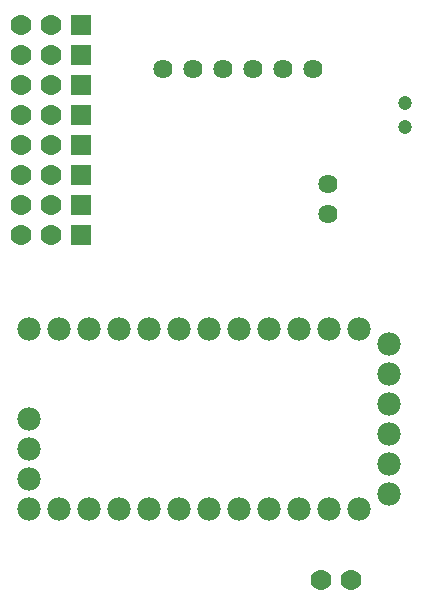
<source format=gts>
G04 Layer: TopSolderMaskLayer*
G04 EasyEDA v6.5.46, 2025-08-30 12:54:10*
G04 04c061e2933c4fd480ff2fcb95437ea8,10*
G04 Gerber Generator version 0.2*
G04 Scale: 100 percent, Rotated: No, Reflected: No *
G04 Dimensions in millimeters *
G04 leading zeros omitted , absolute positions ,4 integer and 5 decimal *
%FSLAX45Y45*%
%MOMM*%

%AMMACRO1*4,1,8,-0.8274,-0.8871,-0.8871,-0.8272,-0.8871,0.8274,-0.8274,0.8871,0.8272,0.8871,0.8871,0.8274,0.8871,-0.8272,0.8272,-0.8871,-0.8274,-0.8871,0*%
%ADD10C,1.6256*%
%ADD11C,1.9820*%
%ADD12C,1.2000*%
%ADD13C,1.7740*%
%ADD14MACRO1*%

%LPD*%
D10*
G01*
X1689100Y-1549400D03*
G01*
X1943100Y-1549400D03*
G01*
X2197100Y-1549400D03*
G01*
X2451100Y-1549400D03*
G01*
X2705100Y-1549400D03*
G01*
X2959100Y-1549400D03*
G01*
X3086100Y-2527300D03*
G01*
X3086100Y-2781300D03*
D11*
G01*
X553453Y-5276253D03*
G01*
X807453Y-5276253D03*
G01*
X1061453Y-5276253D03*
G01*
X1315453Y-5276253D03*
G01*
X1569453Y-5276253D03*
G01*
X1823453Y-5276253D03*
G01*
X2077453Y-5276253D03*
G01*
X2331453Y-5276253D03*
G01*
X2585453Y-5276253D03*
G01*
X2839453Y-5276253D03*
G01*
X3093453Y-5276253D03*
G01*
X3347453Y-5276253D03*
G01*
X3347453Y-3752253D03*
G01*
X3093453Y-3752253D03*
G01*
X2839453Y-3752253D03*
G01*
X2585453Y-3752253D03*
G01*
X2331453Y-3752253D03*
G01*
X2077453Y-3752253D03*
G01*
X1823453Y-3752253D03*
G01*
X1569453Y-3752253D03*
G01*
X1315453Y-3752253D03*
G01*
X1061453Y-3752253D03*
G01*
X807453Y-3752253D03*
G01*
X553453Y-3752253D03*
G01*
X553453Y-4514253D03*
G01*
X553453Y-4768253D03*
G01*
X553453Y-5022253D03*
G01*
X3601453Y-4133253D03*
G01*
X3601453Y-4387253D03*
G01*
X3601453Y-4641253D03*
G01*
X3601453Y-4895253D03*
G01*
X3601453Y-5149253D03*
G01*
X3601453Y-3879253D03*
D12*
G01*
X3733800Y-2043099D03*
G01*
X3733800Y-1843100D03*
D13*
G01*
X482600Y-1181100D03*
G01*
X482600Y-1435100D03*
G01*
X482600Y-1689100D03*
G01*
X482600Y-1943100D03*
G01*
X482600Y-2197100D03*
G01*
X482600Y-2451100D03*
G01*
X482600Y-2705100D03*
G01*
X736600Y-2705100D03*
G01*
X736600Y-2451100D03*
G01*
X736600Y-2197100D03*
G01*
X736600Y-1943100D03*
G01*
X736600Y-1689100D03*
G01*
X736600Y-1435100D03*
G01*
X736600Y-1181100D03*
D14*
G01*
X990600Y-1181112D03*
G01*
X990600Y-1435112D03*
G01*
X990600Y-1689112D03*
G01*
X990600Y-1943112D03*
G01*
X990600Y-2197112D03*
G01*
X990600Y-2451112D03*
G01*
X990600Y-2705112D03*
D13*
G01*
X3022602Y-5880100D03*
G01*
X3276602Y-5880100D03*
G01*
X482600Y-2959100D03*
G01*
X736600Y-2959100D03*
D14*
G01*
X990600Y-2959112D03*
M02*

</source>
